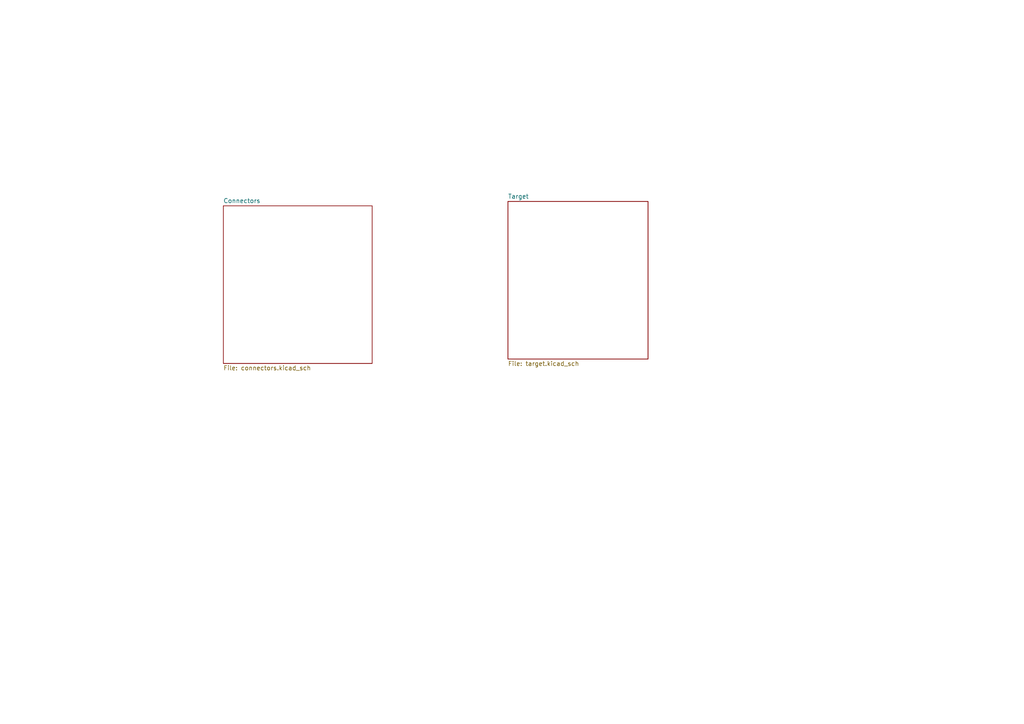
<source format=kicad_sch>
(kicad_sch
	(version 20231120)
	(generator "eeschema")
	(generator_version "8.0")
	(uuid "4b64c24c-fc83-4aaf-8f7c-650cf016bea5")
	(paper "A4")
	(lib_symbols)
	(sheet
		(at 64.77 59.69)
		(size 43.18 45.72)
		(fields_autoplaced yes)
		(stroke
			(width 0.1524)
			(type solid)
		)
		(fill
			(color 0 0 0 0.0000)
		)
		(uuid "96276a16-1921-41d7-a4c4-e3f8bcb79e1f")
		(property "Sheetname" "Connectors"
			(at 64.77 58.9784 0)
			(effects
				(font
					(size 1.27 1.27)
				)
				(justify left bottom)
			)
		)
		(property "Sheetfile" "connectors.kicad_sch"
			(at 64.77 105.9946 0)
			(effects
				(font
					(size 1.27 1.27)
				)
				(justify left top)
			)
		)
		(instances
			(project "testrack_breakout"
				(path "/4b64c24c-fc83-4aaf-8f7c-650cf016bea5"
					(page "2")
				)
			)
		)
	)
	(sheet
		(at 147.32 58.42)
		(size 40.64 45.72)
		(fields_autoplaced yes)
		(stroke
			(width 0.1524)
			(type solid)
		)
		(fill
			(color 0 0 0 0.0000)
		)
		(uuid "ace1f569-9ca5-4250-8b46-1075444d8ba3")
		(property "Sheetname" "Target"
			(at 147.32 57.7084 0)
			(effects
				(font
					(size 1.27 1.27)
				)
				(justify left bottom)
			)
		)
		(property "Sheetfile" "target.kicad_sch"
			(at 147.32 104.7246 0)
			(effects
				(font
					(size 1.27 1.27)
				)
				(justify left top)
			)
		)
		(instances
			(project "testrack_breakout"
				(path "/4b64c24c-fc83-4aaf-8f7c-650cf016bea5"
					(page "3")
				)
			)
		)
	)
	(sheet_instances
		(path "/"
			(page "1")
		)
	)
)
</source>
